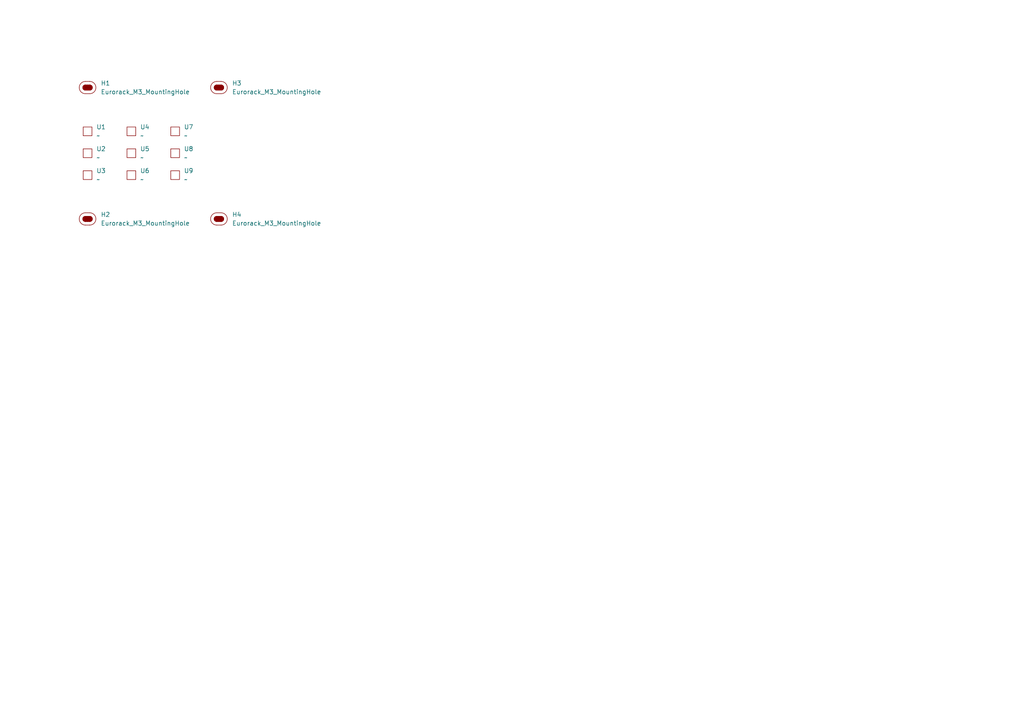
<source format=kicad_sch>
(kicad_sch (version 20250114) (generator "eeschema") (generator_version "9.0")
  (paper "A4")
  (lib_symbols
    (symbol "EXC:Eurorack_M3_MountingHole" (pin_names (offset 1.016))
      (property "Reference" "H" (at 0 5.08 0))
      (property "Value" "Eurorack_M3_MountingHole" (at 0 3.175 0))
      (symbol "Eurorack_M3_MountingHole_0_1"
        (polyline (pts (xy -0.635 0.762) (xy 0.635 0.762)))
        (circle (center -0.635 0) (radius 0.762) (fill (type outline)))
        (arc (start -0.635 -0.762) (mid -1.397 0) (end -0.635 0.762))
        (arc (start -0.635 -1.778) (mid -2.413 0) (end -0.635 1.778))
        (polyline (pts (xy -0.635 -0.762) (xy 0.635 -0.762)))
        (polyline (pts (xy -0.635 -1.778) (xy 0.635 -1.778)))
        (circle (center 0 0) (radius 0.762) (fill (type outline)))
        (polyline (pts (xy 0.635 1.778) (xy -0.635 1.778)))
        (arc (start 0.6141 1.778) (mid 2.4131 0) (end 0.6141 -1.778))
        (arc (start 0.6227 0.762) (mid 1.3971 0) (end 0.6227 -0.762))
        (circle (center 0.635 0) (radius 0.762) (fill (type outline)))
      )
    )
    (symbol "EXC:SW_CherrySwitch_Clearance_Inner"
      (property "Reference" "U" (at 0 0 0))
      (symbol "SW_CherrySwitch_Clearance_Inner_0_1"
        (rectangle (start -1.27 1.27) (end 1.27 -1.27))
      )
    )
  )
  (symbol (lib_id "EXC:SW_CherrySwitch_Clearance_Inner") (at 50.8 38.1 0) (unit 1)
    (property "Reference" "U7" (at 53.34 36.8299 0) (effects (justify left)))
    (property "Value" "~" (at 53.34 39.3699 0) (effects (justify left)))
    (property "Footprint" "EXC:SW_Cherry_MX_1.00u_Clearance" (effects (hide yes)))
  )
  (symbol (lib_id "EXC:SW_CherrySwitch_Clearance_Inner") (at 25.4 50.8 0) (unit 1)
    (property "Reference" "U3" (at 27.94 49.5299 0) (effects (justify left)))
    (property "Value" "~" (at 27.94 52.0699 0) (effects (justify left)))
    (property "Footprint" "EXC:SW_Cherry_MX_1.00u_Clearance" (effects (hide yes)))
  )
  (symbol (lib_id "EXC:SW_CherrySwitch_Clearance_Inner") (at 38.1 38.1 0) (unit 1)
    (property "Reference" "U4" (at 40.64 36.8299 0) (effects (justify left)))
    (property "Value" "~" (at 40.64 39.3699 0) (effects (justify left)))
    (property "Footprint" "EXC:SW_Cherry_MX_1.00u_Clearance" (effects (hide yes)))
  )
  (symbol (lib_id "EXC:SW_CherrySwitch_Clearance_Inner") (at 25.4 44.45 0) (unit 1)
    (property "Reference" "U2" (at 27.94 43.1799 0) (effects (justify left)))
    (property "Value" "~" (at 27.94 45.7199 0) (effects (justify left)))
    (property "Footprint" "EXC:SW_Cherry_MX_1.00u_Clearance" (effects (hide yes)))
  )
  (symbol (lib_id "EXC:SW_CherrySwitch_Clearance_Inner") (at 25.4 38.1 0) (unit 1)
    (property "Reference" "U1" (at 27.94 36.8299 0) (effects (justify left)))
    (property "Value" "~" (at 27.94 39.3699 0) (effects (justify left)))
    (property "Footprint" "EXC:SW_Cherry_MX_1.00u_Clearance" (effects (hide yes)))
  )
  (symbol (lib_id "EXC:SW_CherrySwitch_Clearance_Inner") (at 38.1 44.45 0) (unit 1)
    (property "Reference" "U5" (at 40.64 43.1799 0) (effects (justify left)))
    (property "Value" "~" (at 40.64 45.7199 0) (effects (justify left)))
    (property "Footprint" "EXC:SW_Cherry_MX_1.00u_Clearance" (effects (hide yes)))
  )
  (symbol (lib_id "EXC:Eurorack_M3_MountingHole") (at 25.4 25.4 0) (unit 1)
    (property "Reference" "H1" (at 29.21 24.1299 0) (effects (justify left)))
    (property "Value" "Eurorack_M3_MountingHole" (at 29.21 26.6699 0) (effects (justify left)))
    (property "Footprint" "EXC:MountingHole_3.2mm_M3" (effects (hide yes)))
    (property "Description" "Mounting Hole without connection" (effects (hide yes)))
  )
  (symbol (lib_id "EXC:SW_CherrySwitch_Clearance_Inner") (at 50.8 44.45 0) (unit 1)
    (property "Reference" "U8" (at 53.34 43.1799 0) (effects (justify left)))
    (property "Value" "~" (at 53.34 45.7199 0) (effects (justify left)))
    (property "Footprint" "EXC:SW_Cherry_MX_1.00u_Clearance" (effects (hide yes)))
  )
  (symbol (lib_id "EXC:SW_CherrySwitch_Clearance_Inner") (at 38.1 50.8 0) (unit 1)
    (property "Reference" "U6" (at 40.64 49.5299 0) (effects (justify left)))
    (property "Value" "~" (at 40.64 52.0699 0) (effects (justify left)))
    (property "Footprint" "EXC:SW_Cherry_MX_1.00u_Clearance" (effects (hide yes)))
  )
  (symbol (lib_id "EXC:Eurorack_M3_MountingHole") (at 63.5 63.5 0) (unit 1)
    (property "Reference" "H4" (at 67.31 62.2299 0) (effects (justify left)))
    (property "Value" "Eurorack_M3_MountingHole" (at 67.31 64.7699 0) (effects (justify left)))
    (property "Footprint" "EXC:MountingHole_3.2mm_M3" (effects (hide yes)))
    (property "Description" "Mounting Hole without connection" (effects (hide yes)))
  )
  (symbol (lib_id "EXC:SW_CherrySwitch_Clearance_Inner") (at 50.8 50.8 0) (unit 1)
    (property "Reference" "U9" (at 53.34 49.5299 0) (effects (justify left)))
    (property "Value" "~" (at 53.34 52.0699 0) (effects (justify left)))
    (property "Footprint" "EXC:SW_Cherry_MX_1.00u_Clearance" (effects (hide yes)))
  )
  (symbol (lib_id "EXC:Eurorack_M3_MountingHole") (at 25.4 63.5 0) (unit 1)
    (property "Reference" "H2" (at 29.21 62.2299 0) (effects (justify left)))
    (property "Value" "Eurorack_M3_MountingHole" (at 29.21 64.7699 0) (effects (justify left)))
    (property "Footprint" "EXC:MountingHole_3.2mm_M3" (effects (hide yes)))
    (property "Description" "Mounting Hole without connection" (effects (hide yes)))
  )
  (symbol (lib_id "EXC:Eurorack_M3_MountingHole") (at 63.5 25.4 0) (unit 1)
    (property "Reference" "H3" (at 67.31 24.1299 0) (effects (justify left)))
    (property "Value" "Eurorack_M3_MountingHole" (at 67.31 26.6699 0) (effects (justify left)))
    (property "Footprint" "EXC:MountingHole_3.2mm_M3" (effects (hide yes)))
    (property "Description" "Mounting Hole without connection" (effects (hide yes)))
  )
)
</source>
